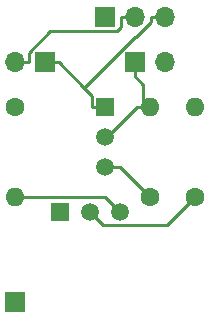
<source format=gbr>
G04 #@! TF.GenerationSoftware,KiCad,Pcbnew,(5.1.2)-2*
G04 #@! TF.CreationDate,2019-11-25T02:53:00-05:00*
G04 #@! TF.ProjectId,esp82single,65737038-3273-4696-9e67-6c652e6b6963,rev?*
G04 #@! TF.SameCoordinates,Original*
G04 #@! TF.FileFunction,Copper,L2,Bot*
G04 #@! TF.FilePolarity,Positive*
%FSLAX46Y46*%
G04 Gerber Fmt 4.6, Leading zero omitted, Abs format (unit mm)*
G04 Created by KiCad (PCBNEW (5.1.2)-2) date 2019-11-25 02:53:00*
%MOMM*%
%LPD*%
G04 APERTURE LIST*
%ADD10R,1.700000X1.700000*%
%ADD11O,1.700000X1.700000*%
%ADD12C,1.500000*%
%ADD13R,1.500000X1.500000*%
%ADD14O,1.600000X1.600000*%
%ADD15C,1.600000*%
%ADD16C,0.250000*%
G04 APERTURE END LIST*
D10*
X139700000Y-73660000D03*
D11*
X142240000Y-73660000D03*
D10*
X137160000Y-69850000D03*
D11*
X139700000Y-69850000D03*
X142240000Y-69850000D03*
X129540000Y-73660000D03*
D10*
X132080000Y-73660000D03*
X129540000Y-93980000D03*
D12*
X135890000Y-86360000D03*
X138430000Y-86360000D03*
D13*
X133350000Y-86360000D03*
D14*
X144780000Y-77470000D03*
D15*
X144780000Y-85090000D03*
X129540000Y-77470000D03*
D14*
X129540000Y-85090000D03*
D15*
X140970000Y-85090000D03*
D14*
X140970000Y-77470000D03*
D13*
X137160000Y-77470000D03*
D12*
X137160000Y-82550000D03*
X137160000Y-80010000D03*
D16*
X139700000Y-73660000D02*
X139700000Y-74835300D01*
X140407400Y-77470000D02*
X140407400Y-75542700D01*
X140407400Y-75542700D02*
X139700000Y-74835300D01*
X140407400Y-77470000D02*
X139844700Y-77470000D01*
X140970000Y-77470000D02*
X140407400Y-77470000D01*
X137160000Y-80010000D02*
X137304700Y-80010000D01*
X137304700Y-80010000D02*
X139844700Y-77470000D01*
X129540000Y-85090000D02*
X137160000Y-85090000D01*
X137160000Y-85090000D02*
X138430000Y-86360000D01*
X139700000Y-69850000D02*
X138524700Y-69850000D01*
X129540000Y-73660000D02*
X130715300Y-73660000D01*
X130715300Y-73660000D02*
X130715300Y-72852000D01*
X130715300Y-72852000D02*
X132542000Y-71025300D01*
X132542000Y-71025300D02*
X138144800Y-71025300D01*
X138144800Y-71025300D02*
X138524700Y-70645400D01*
X138524700Y-70645400D02*
X138524700Y-69850000D01*
X135390600Y-75795300D02*
X133255300Y-73660000D01*
X136084700Y-77470000D02*
X136084700Y-76489400D01*
X136084700Y-76489400D02*
X135390600Y-75795300D01*
X135390600Y-75795300D02*
X139709200Y-71476700D01*
X139709200Y-71476700D02*
X139805300Y-71476700D01*
X139805300Y-71476700D02*
X141064700Y-70217300D01*
X141064700Y-70217300D02*
X141064700Y-69850000D01*
X142240000Y-69850000D02*
X141064700Y-69850000D01*
X137160000Y-77470000D02*
X136084700Y-77470000D01*
X132080000Y-73660000D02*
X133255300Y-73660000D01*
X137160000Y-82550000D02*
X138430000Y-82550000D01*
X138430000Y-82550000D02*
X140970000Y-85090000D01*
X144780000Y-85090000D02*
X142409400Y-87460600D01*
X142409400Y-87460600D02*
X136990600Y-87460600D01*
X136990600Y-87460600D02*
X135890000Y-86360000D01*
M02*

</source>
